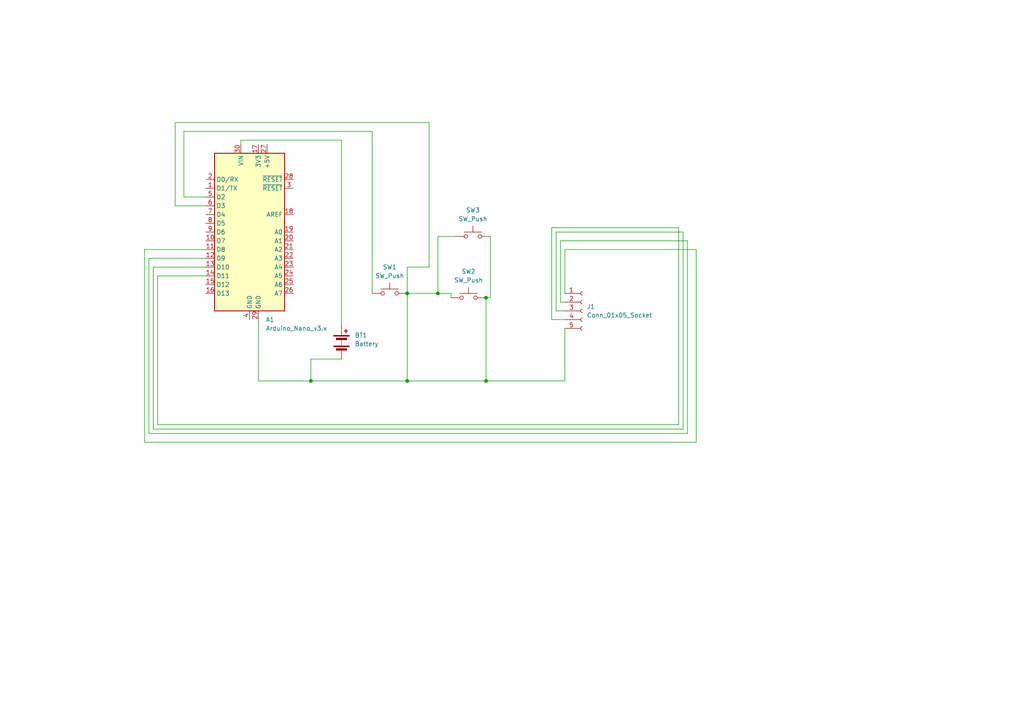
<source format=kicad_sch>
(kicad_sch
	(version 20250114)
	(generator "eeschema")
	(generator_version "9.0")
	(uuid "beda06ea-fab0-4727-84ac-8d5e8c86682c")
	(paper "A4")
	(lib_symbols
		(symbol "Connector:Conn_01x05_Socket"
			(pin_names
				(offset 1.016)
				(hide yes)
			)
			(exclude_from_sim no)
			(in_bom yes)
			(on_board yes)
			(property "Reference" "J"
				(at 0 7.62 0)
				(effects
					(font
						(size 1.27 1.27)
					)
				)
			)
			(property "Value" "Conn_01x05_Socket"
				(at 0 -7.62 0)
				(effects
					(font
						(size 1.27 1.27)
					)
				)
			)
			(property "Footprint" ""
				(at 0 0 0)
				(effects
					(font
						(size 1.27 1.27)
					)
					(hide yes)
				)
			)
			(property "Datasheet" "~"
				(at 0 0 0)
				(effects
					(font
						(size 1.27 1.27)
					)
					(hide yes)
				)
			)
			(property "Description" "Generic connector, single row, 01x05, script generated"
				(at 0 0 0)
				(effects
					(font
						(size 1.27 1.27)
					)
					(hide yes)
				)
			)
			(property "ki_locked" ""
				(at 0 0 0)
				(effects
					(font
						(size 1.27 1.27)
					)
				)
			)
			(property "ki_keywords" "connector"
				(at 0 0 0)
				(effects
					(font
						(size 1.27 1.27)
					)
					(hide yes)
				)
			)
			(property "ki_fp_filters" "Connector*:*_1x??_*"
				(at 0 0 0)
				(effects
					(font
						(size 1.27 1.27)
					)
					(hide yes)
				)
			)
			(symbol "Conn_01x05_Socket_1_1"
				(polyline
					(pts
						(xy -1.27 5.08) (xy -0.508 5.08)
					)
					(stroke
						(width 0.1524)
						(type default)
					)
					(fill
						(type none)
					)
				)
				(polyline
					(pts
						(xy -1.27 2.54) (xy -0.508 2.54)
					)
					(stroke
						(width 0.1524)
						(type default)
					)
					(fill
						(type none)
					)
				)
				(polyline
					(pts
						(xy -1.27 0) (xy -0.508 0)
					)
					(stroke
						(width 0.1524)
						(type default)
					)
					(fill
						(type none)
					)
				)
				(polyline
					(pts
						(xy -1.27 -2.54) (xy -0.508 -2.54)
					)
					(stroke
						(width 0.1524)
						(type default)
					)
					(fill
						(type none)
					)
				)
				(polyline
					(pts
						(xy -1.27 -5.08) (xy -0.508 -5.08)
					)
					(stroke
						(width 0.1524)
						(type default)
					)
					(fill
						(type none)
					)
				)
				(arc
					(start 0 4.572)
					(mid -0.5058 5.08)
					(end 0 5.588)
					(stroke
						(width 0.1524)
						(type default)
					)
					(fill
						(type none)
					)
				)
				(arc
					(start 0 2.032)
					(mid -0.5058 2.54)
					(end 0 3.048)
					(stroke
						(width 0.1524)
						(type default)
					)
					(fill
						(type none)
					)
				)
				(arc
					(start 0 -0.508)
					(mid -0.5058 0)
					(end 0 0.508)
					(stroke
						(width 0.1524)
						(type default)
					)
					(fill
						(type none)
					)
				)
				(arc
					(start 0 -3.048)
					(mid -0.5058 -2.54)
					(end 0 -2.032)
					(stroke
						(width 0.1524)
						(type default)
					)
					(fill
						(type none)
					)
				)
				(arc
					(start 0 -5.588)
					(mid -0.5058 -5.08)
					(end 0 -4.572)
					(stroke
						(width 0.1524)
						(type default)
					)
					(fill
						(type none)
					)
				)
				(pin passive line
					(at -5.08 5.08 0)
					(length 3.81)
					(name "Pin_1"
						(effects
							(font
								(size 1.27 1.27)
							)
						)
					)
					(number "1"
						(effects
							(font
								(size 1.27 1.27)
							)
						)
					)
				)
				(pin passive line
					(at -5.08 2.54 0)
					(length 3.81)
					(name "Pin_2"
						(effects
							(font
								(size 1.27 1.27)
							)
						)
					)
					(number "2"
						(effects
							(font
								(size 1.27 1.27)
							)
						)
					)
				)
				(pin passive line
					(at -5.08 0 0)
					(length 3.81)
					(name "Pin_3"
						(effects
							(font
								(size 1.27 1.27)
							)
						)
					)
					(number "3"
						(effects
							(font
								(size 1.27 1.27)
							)
						)
					)
				)
				(pin passive line
					(at -5.08 -2.54 0)
					(length 3.81)
					(name "Pin_4"
						(effects
							(font
								(size 1.27 1.27)
							)
						)
					)
					(number "4"
						(effects
							(font
								(size 1.27 1.27)
							)
						)
					)
				)
				(pin passive line
					(at -5.08 -5.08 0)
					(length 3.81)
					(name "Pin_5"
						(effects
							(font
								(size 1.27 1.27)
							)
						)
					)
					(number "5"
						(effects
							(font
								(size 1.27 1.27)
							)
						)
					)
				)
			)
			(embedded_fonts no)
		)
		(symbol "Device:Battery"
			(pin_numbers
				(hide yes)
			)
			(pin_names
				(offset 0)
				(hide yes)
			)
			(exclude_from_sim no)
			(in_bom yes)
			(on_board yes)
			(property "Reference" "BT"
				(at 2.54 2.54 0)
				(effects
					(font
						(size 1.27 1.27)
					)
					(justify left)
				)
			)
			(property "Value" "Battery"
				(at 2.54 0 0)
				(effects
					(font
						(size 1.27 1.27)
					)
					(justify left)
				)
			)
			(property "Footprint" ""
				(at 0 1.524 90)
				(effects
					(font
						(size 1.27 1.27)
					)
					(hide yes)
				)
			)
			(property "Datasheet" "~"
				(at 0 1.524 90)
				(effects
					(font
						(size 1.27 1.27)
					)
					(hide yes)
				)
			)
			(property "Description" "Multiple-cell battery"
				(at 0 0 0)
				(effects
					(font
						(size 1.27 1.27)
					)
					(hide yes)
				)
			)
			(property "ki_keywords" "batt voltage-source cell"
				(at 0 0 0)
				(effects
					(font
						(size 1.27 1.27)
					)
					(hide yes)
				)
			)
			(symbol "Battery_0_1"
				(rectangle
					(start -2.286 1.778)
					(end 2.286 1.524)
					(stroke
						(width 0)
						(type default)
					)
					(fill
						(type outline)
					)
				)
				(rectangle
					(start -2.286 -1.27)
					(end 2.286 -1.524)
					(stroke
						(width 0)
						(type default)
					)
					(fill
						(type outline)
					)
				)
				(rectangle
					(start -1.524 1.016)
					(end 1.524 0.508)
					(stroke
						(width 0)
						(type default)
					)
					(fill
						(type outline)
					)
				)
				(rectangle
					(start -1.524 -2.032)
					(end 1.524 -2.54)
					(stroke
						(width 0)
						(type default)
					)
					(fill
						(type outline)
					)
				)
				(polyline
					(pts
						(xy 0 1.778) (xy 0 2.54)
					)
					(stroke
						(width 0)
						(type default)
					)
					(fill
						(type none)
					)
				)
				(polyline
					(pts
						(xy 0 0) (xy 0 0.254)
					)
					(stroke
						(width 0)
						(type default)
					)
					(fill
						(type none)
					)
				)
				(polyline
					(pts
						(xy 0 -0.508) (xy 0 -0.254)
					)
					(stroke
						(width 0)
						(type default)
					)
					(fill
						(type none)
					)
				)
				(polyline
					(pts
						(xy 0 -1.016) (xy 0 -0.762)
					)
					(stroke
						(width 0)
						(type default)
					)
					(fill
						(type none)
					)
				)
				(polyline
					(pts
						(xy 0.762 3.048) (xy 1.778 3.048)
					)
					(stroke
						(width 0.254)
						(type default)
					)
					(fill
						(type none)
					)
				)
				(polyline
					(pts
						(xy 1.27 3.556) (xy 1.27 2.54)
					)
					(stroke
						(width 0.254)
						(type default)
					)
					(fill
						(type none)
					)
				)
			)
			(symbol "Battery_1_1"
				(pin passive line
					(at 0 5.08 270)
					(length 2.54)
					(name "+"
						(effects
							(font
								(size 1.27 1.27)
							)
						)
					)
					(number "1"
						(effects
							(font
								(size 1.27 1.27)
							)
						)
					)
				)
				(pin passive line
					(at 0 -5.08 90)
					(length 2.54)
					(name "-"
						(effects
							(font
								(size 1.27 1.27)
							)
						)
					)
					(number "2"
						(effects
							(font
								(size 1.27 1.27)
							)
						)
					)
				)
			)
			(embedded_fonts no)
		)
		(symbol "MCU_Module:Arduino_Nano_v3.x"
			(exclude_from_sim no)
			(in_bom yes)
			(on_board yes)
			(property "Reference" "A"
				(at -10.16 23.495 0)
				(effects
					(font
						(size 1.27 1.27)
					)
					(justify left bottom)
				)
			)
			(property "Value" "Arduino_Nano_v3.x"
				(at 5.08 -24.13 0)
				(effects
					(font
						(size 1.27 1.27)
					)
					(justify left top)
				)
			)
			(property "Footprint" "Module:Arduino_Nano"
				(at 0 0 0)
				(effects
					(font
						(size 1.27 1.27)
						(italic yes)
					)
					(hide yes)
				)
			)
			(property "Datasheet" "http://www.mouser.com/pdfdocs/Gravitech_Arduino_Nano3_0.pdf"
				(at 0 0 0)
				(effects
					(font
						(size 1.27 1.27)
					)
					(hide yes)
				)
			)
			(property "Description" "Arduino Nano v3.x"
				(at 0 0 0)
				(effects
					(font
						(size 1.27 1.27)
					)
					(hide yes)
				)
			)
			(property "ki_keywords" "Arduino nano microcontroller module USB"
				(at 0 0 0)
				(effects
					(font
						(size 1.27 1.27)
					)
					(hide yes)
				)
			)
			(property "ki_fp_filters" "Arduino*Nano*"
				(at 0 0 0)
				(effects
					(font
						(size 1.27 1.27)
					)
					(hide yes)
				)
			)
			(symbol "Arduino_Nano_v3.x_0_1"
				(rectangle
					(start -10.16 22.86)
					(end 10.16 -22.86)
					(stroke
						(width 0.254)
						(type default)
					)
					(fill
						(type background)
					)
				)
			)
			(symbol "Arduino_Nano_v3.x_1_1"
				(pin bidirectional line
					(at -12.7 15.24 0)
					(length 2.54)
					(name "D0/RX"
						(effects
							(font
								(size 1.27 1.27)
							)
						)
					)
					(number "2"
						(effects
							(font
								(size 1.27 1.27)
							)
						)
					)
				)
				(pin bidirectional line
					(at -12.7 12.7 0)
					(length 2.54)
					(name "D1/TX"
						(effects
							(font
								(size 1.27 1.27)
							)
						)
					)
					(number "1"
						(effects
							(font
								(size 1.27 1.27)
							)
						)
					)
				)
				(pin bidirectional line
					(at -12.7 10.16 0)
					(length 2.54)
					(name "D2"
						(effects
							(font
								(size 1.27 1.27)
							)
						)
					)
					(number "5"
						(effects
							(font
								(size 1.27 1.27)
							)
						)
					)
				)
				(pin bidirectional line
					(at -12.7 7.62 0)
					(length 2.54)
					(name "D3"
						(effects
							(font
								(size 1.27 1.27)
							)
						)
					)
					(number "6"
						(effects
							(font
								(size 1.27 1.27)
							)
						)
					)
				)
				(pin bidirectional line
					(at -12.7 5.08 0)
					(length 2.54)
					(name "D4"
						(effects
							(font
								(size 1.27 1.27)
							)
						)
					)
					(number "7"
						(effects
							(font
								(size 1.27 1.27)
							)
						)
					)
				)
				(pin bidirectional line
					(at -12.7 2.54 0)
					(length 2.54)
					(name "D5"
						(effects
							(font
								(size 1.27 1.27)
							)
						)
					)
					(number "8"
						(effects
							(font
								(size 1.27 1.27)
							)
						)
					)
				)
				(pin bidirectional line
					(at -12.7 0 0)
					(length 2.54)
					(name "D6"
						(effects
							(font
								(size 1.27 1.27)
							)
						)
					)
					(number "9"
						(effects
							(font
								(size 1.27 1.27)
							)
						)
					)
				)
				(pin bidirectional line
					(at -12.7 -2.54 0)
					(length 2.54)
					(name "D7"
						(effects
							(font
								(size 1.27 1.27)
							)
						)
					)
					(number "10"
						(effects
							(font
								(size 1.27 1.27)
							)
						)
					)
				)
				(pin bidirectional line
					(at -12.7 -5.08 0)
					(length 2.54)
					(name "D8"
						(effects
							(font
								(size 1.27 1.27)
							)
						)
					)
					(number "11"
						(effects
							(font
								(size 1.27 1.27)
							)
						)
					)
				)
				(pin bidirectional line
					(at -12.7 -7.62 0)
					(length 2.54)
					(name "D9"
						(effects
							(font
								(size 1.27 1.27)
							)
						)
					)
					(number "12"
						(effects
							(font
								(size 1.27 1.27)
							)
						)
					)
				)
				(pin bidirectional line
					(at -12.7 -10.16 0)
					(length 2.54)
					(name "D10"
						(effects
							(font
								(size 1.27 1.27)
							)
						)
					)
					(number "13"
						(effects
							(font
								(size 1.27 1.27)
							)
						)
					)
				)
				(pin bidirectional line
					(at -12.7 -12.7 0)
					(length 2.54)
					(name "D11"
						(effects
							(font
								(size 1.27 1.27)
							)
						)
					)
					(number "14"
						(effects
							(font
								(size 1.27 1.27)
							)
						)
					)
				)
				(pin bidirectional line
					(at -12.7 -15.24 0)
					(length 2.54)
					(name "D12"
						(effects
							(font
								(size 1.27 1.27)
							)
						)
					)
					(number "15"
						(effects
							(font
								(size 1.27 1.27)
							)
						)
					)
				)
				(pin bidirectional line
					(at -12.7 -17.78 0)
					(length 2.54)
					(name "D13"
						(effects
							(font
								(size 1.27 1.27)
							)
						)
					)
					(number "16"
						(effects
							(font
								(size 1.27 1.27)
							)
						)
					)
				)
				(pin power_in line
					(at -2.54 25.4 270)
					(length 2.54)
					(name "VIN"
						(effects
							(font
								(size 1.27 1.27)
							)
						)
					)
					(number "30"
						(effects
							(font
								(size 1.27 1.27)
							)
						)
					)
				)
				(pin power_in line
					(at 0 -25.4 90)
					(length 2.54)
					(name "GND"
						(effects
							(font
								(size 1.27 1.27)
							)
						)
					)
					(number "4"
						(effects
							(font
								(size 1.27 1.27)
							)
						)
					)
				)
				(pin power_out line
					(at 2.54 25.4 270)
					(length 2.54)
					(name "3V3"
						(effects
							(font
								(size 1.27 1.27)
							)
						)
					)
					(number "17"
						(effects
							(font
								(size 1.27 1.27)
							)
						)
					)
				)
				(pin power_in line
					(at 2.54 -25.4 90)
					(length 2.54)
					(name "GND"
						(effects
							(font
								(size 1.27 1.27)
							)
						)
					)
					(number "29"
						(effects
							(font
								(size 1.27 1.27)
							)
						)
					)
				)
				(pin power_out line
					(at 5.08 25.4 270)
					(length 2.54)
					(name "+5V"
						(effects
							(font
								(size 1.27 1.27)
							)
						)
					)
					(number "27"
						(effects
							(font
								(size 1.27 1.27)
							)
						)
					)
				)
				(pin input line
					(at 12.7 15.24 180)
					(length 2.54)
					(name "~{RESET}"
						(effects
							(font
								(size 1.27 1.27)
							)
						)
					)
					(number "28"
						(effects
							(font
								(size 1.27 1.27)
							)
						)
					)
				)
				(pin input line
					(at 12.7 12.7 180)
					(length 2.54)
					(name "~{RESET}"
						(effects
							(font
								(size 1.27 1.27)
							)
						)
					)
					(number "3"
						(effects
							(font
								(size 1.27 1.27)
							)
						)
					)
				)
				(pin input line
					(at 12.7 5.08 180)
					(length 2.54)
					(name "AREF"
						(effects
							(font
								(size 1.27 1.27)
							)
						)
					)
					(number "18"
						(effects
							(font
								(size 1.27 1.27)
							)
						)
					)
				)
				(pin bidirectional line
					(at 12.7 0 180)
					(length 2.54)
					(name "A0"
						(effects
							(font
								(size 1.27 1.27)
							)
						)
					)
					(number "19"
						(effects
							(font
								(size 1.27 1.27)
							)
						)
					)
				)
				(pin bidirectional line
					(at 12.7 -2.54 180)
					(length 2.54)
					(name "A1"
						(effects
							(font
								(size 1.27 1.27)
							)
						)
					)
					(number "20"
						(effects
							(font
								(size 1.27 1.27)
							)
						)
					)
				)
				(pin bidirectional line
					(at 12.7 -5.08 180)
					(length 2.54)
					(name "A2"
						(effects
							(font
								(size 1.27 1.27)
							)
						)
					)
					(number "21"
						(effects
							(font
								(size 1.27 1.27)
							)
						)
					)
				)
				(pin bidirectional line
					(at 12.7 -7.62 180)
					(length 2.54)
					(name "A3"
						(effects
							(font
								(size 1.27 1.27)
							)
						)
					)
					(number "22"
						(effects
							(font
								(size 1.27 1.27)
							)
						)
					)
				)
				(pin bidirectional line
					(at 12.7 -10.16 180)
					(length 2.54)
					(name "A4"
						(effects
							(font
								(size 1.27 1.27)
							)
						)
					)
					(number "23"
						(effects
							(font
								(size 1.27 1.27)
							)
						)
					)
				)
				(pin bidirectional line
					(at 12.7 -12.7 180)
					(length 2.54)
					(name "A5"
						(effects
							(font
								(size 1.27 1.27)
							)
						)
					)
					(number "24"
						(effects
							(font
								(size 1.27 1.27)
							)
						)
					)
				)
				(pin bidirectional line
					(at 12.7 -15.24 180)
					(length 2.54)
					(name "A6"
						(effects
							(font
								(size 1.27 1.27)
							)
						)
					)
					(number "25"
						(effects
							(font
								(size 1.27 1.27)
							)
						)
					)
				)
				(pin bidirectional line
					(at 12.7 -17.78 180)
					(length 2.54)
					(name "A7"
						(effects
							(font
								(size 1.27 1.27)
							)
						)
					)
					(number "26"
						(effects
							(font
								(size 1.27 1.27)
							)
						)
					)
				)
			)
			(embedded_fonts no)
		)
		(symbol "Switch:SW_Push"
			(pin_numbers
				(hide yes)
			)
			(pin_names
				(offset 1.016)
				(hide yes)
			)
			(exclude_from_sim no)
			(in_bom yes)
			(on_board yes)
			(property "Reference" "SW"
				(at 1.27 2.54 0)
				(effects
					(font
						(size 1.27 1.27)
					)
					(justify left)
				)
			)
			(property "Value" "SW_Push"
				(at 0 -1.524 0)
				(effects
					(font
						(size 1.27 1.27)
					)
				)
			)
			(property "Footprint" ""
				(at 0 5.08 0)
				(effects
					(font
						(size 1.27 1.27)
					)
					(hide yes)
				)
			)
			(property "Datasheet" "~"
				(at 0 5.08 0)
				(effects
					(font
						(size 1.27 1.27)
					)
					(hide yes)
				)
			)
			(property "Description" "Push button switch, generic, two pins"
				(at 0 0 0)
				(effects
					(font
						(size 1.27 1.27)
					)
					(hide yes)
				)
			)
			(property "ki_keywords" "switch normally-open pushbutton push-button"
				(at 0 0 0)
				(effects
					(font
						(size 1.27 1.27)
					)
					(hide yes)
				)
			)
			(symbol "SW_Push_0_1"
				(circle
					(center -2.032 0)
					(radius 0.508)
					(stroke
						(width 0)
						(type default)
					)
					(fill
						(type none)
					)
				)
				(polyline
					(pts
						(xy 0 1.27) (xy 0 3.048)
					)
					(stroke
						(width 0)
						(type default)
					)
					(fill
						(type none)
					)
				)
				(circle
					(center 2.032 0)
					(radius 0.508)
					(stroke
						(width 0)
						(type default)
					)
					(fill
						(type none)
					)
				)
				(polyline
					(pts
						(xy 2.54 1.27) (xy -2.54 1.27)
					)
					(stroke
						(width 0)
						(type default)
					)
					(fill
						(type none)
					)
				)
				(pin passive line
					(at -5.08 0 0)
					(length 2.54)
					(name "1"
						(effects
							(font
								(size 1.27 1.27)
							)
						)
					)
					(number "1"
						(effects
							(font
								(size 1.27 1.27)
							)
						)
					)
				)
				(pin passive line
					(at 5.08 0 180)
					(length 2.54)
					(name "2"
						(effects
							(font
								(size 1.27 1.27)
							)
						)
					)
					(number "2"
						(effects
							(font
								(size 1.27 1.27)
							)
						)
					)
				)
			)
			(embedded_fonts no)
		)
	)
	(junction
		(at 90.17 110.49)
		(diameter 0)
		(color 0 0 0 0)
		(uuid "108d0ef5-91c3-49e6-a21c-3cc46ba240af")
	)
	(junction
		(at 118.11 110.49)
		(diameter 0)
		(color 0 0 0 0)
		(uuid "1a4c7141-6d92-4af0-98a2-e9ebc2412ff6")
	)
	(junction
		(at 140.97 110.49)
		(diameter 0)
		(color 0 0 0 0)
		(uuid "2714c7a6-e3b8-4a4f-8d33-3367e62dfb23")
	)
	(junction
		(at 127 85.09)
		(diameter 0)
		(color 0 0 0 0)
		(uuid "4a48e978-6729-45bd-8bd3-9d2dc6b31f5f")
	)
	(junction
		(at 140.97 86.36)
		(diameter 0)
		(color 0 0 0 0)
		(uuid "50d3f0a9-bd23-4ffc-91f7-bdcb1a1ee739")
	)
	(junction
		(at 118.11 85.09)
		(diameter 0)
		(color 0 0 0 0)
		(uuid "9513494c-aa42-4430-9266-c7568d266891")
	)
	(wire
		(pts
			(xy 163.83 72.39) (xy 201.93 72.39)
		)
		(stroke
			(width 0)
			(type default)
		)
		(uuid "024e6794-7fdd-461d-ad2a-82aceb2c96e5")
	)
	(wire
		(pts
			(xy 161.29 90.17) (xy 161.29 67.31)
		)
		(stroke
			(width 0)
			(type default)
		)
		(uuid "050dfd5c-e9bb-4023-a942-d7e6290f0577")
	)
	(wire
		(pts
			(xy 118.11 85.09) (xy 118.11 77.47)
		)
		(stroke
			(width 0)
			(type default)
		)
		(uuid "0960d2d6-3aa1-4770-81f7-eab707c20560")
	)
	(wire
		(pts
			(xy 160.02 92.71) (xy 160.02 66.04)
		)
		(stroke
			(width 0)
			(type default)
		)
		(uuid "0e37369a-6b83-4381-98d7-aa7875ca997f")
	)
	(wire
		(pts
			(xy 162.56 69.85) (xy 199.39 69.85)
		)
		(stroke
			(width 0)
			(type default)
		)
		(uuid "13b7b1e9-9ce9-4884-bd42-7a34a67d1f47")
	)
	(wire
		(pts
			(xy 142.24 68.58) (xy 142.24 86.36)
		)
		(stroke
			(width 0)
			(type default)
		)
		(uuid "13ee5e6c-271e-4cd9-aed0-edefea9c5dc5")
	)
	(wire
		(pts
			(xy 99.06 40.64) (xy 69.85 40.64)
		)
		(stroke
			(width 0)
			(type default)
		)
		(uuid "1ef63e72-dbfe-4e3e-9fe3-d80883d506eb")
	)
	(wire
		(pts
			(xy 118.11 85.09) (xy 118.11 110.49)
		)
		(stroke
			(width 0)
			(type default)
		)
		(uuid "234d459b-2aac-4345-b9b8-8f9d8dec74cc")
	)
	(wire
		(pts
			(xy 142.24 86.36) (xy 140.97 86.36)
		)
		(stroke
			(width 0)
			(type default)
		)
		(uuid "3a819d64-5b43-4470-bd97-f1a705dada81")
	)
	(wire
		(pts
			(xy 44.45 77.47) (xy 59.69 77.47)
		)
		(stroke
			(width 0)
			(type default)
		)
		(uuid "4a3032d3-324f-4352-8652-27558c51b51e")
	)
	(wire
		(pts
			(xy 130.81 86.36) (xy 130.81 85.09)
		)
		(stroke
			(width 0)
			(type default)
		)
		(uuid "4d83664d-3e20-497e-a58a-647766adb59d")
	)
	(wire
		(pts
			(xy 140.97 86.36) (xy 140.97 110.49)
		)
		(stroke
			(width 0)
			(type default)
		)
		(uuid "528f6d38-f36b-48b3-a477-adf124103b1e")
	)
	(wire
		(pts
			(xy 163.83 85.09) (xy 163.83 72.39)
		)
		(stroke
			(width 0)
			(type default)
		)
		(uuid "6243364d-d249-4a13-8928-c0450f0c5e33")
	)
	(wire
		(pts
			(xy 163.83 92.71) (xy 160.02 92.71)
		)
		(stroke
			(width 0)
			(type default)
		)
		(uuid "639765c5-bac0-4e78-9a88-24fda7ea40bd")
	)
	(wire
		(pts
			(xy 130.81 85.09) (xy 127 85.09)
		)
		(stroke
			(width 0)
			(type default)
		)
		(uuid "647468d0-65de-4c2a-b867-f9263b6d23fc")
	)
	(wire
		(pts
			(xy 41.91 128.27) (xy 41.91 72.39)
		)
		(stroke
			(width 0)
			(type default)
		)
		(uuid "65bf4211-95cd-40b2-916b-2980d65d47b8")
	)
	(wire
		(pts
			(xy 124.46 35.56) (xy 50.8 35.56)
		)
		(stroke
			(width 0)
			(type default)
		)
		(uuid "66ea16ec-6317-466a-96f8-f633c36683a3")
	)
	(wire
		(pts
			(xy 118.11 77.47) (xy 124.46 77.47)
		)
		(stroke
			(width 0)
			(type default)
		)
		(uuid "6879b14e-3b8e-4e19-95ce-eb5003ade6cc")
	)
	(wire
		(pts
			(xy 107.95 38.1) (xy 53.34 38.1)
		)
		(stroke
			(width 0)
			(type default)
		)
		(uuid "70723a35-8e12-4786-ae2f-e086d7cb3729")
	)
	(wire
		(pts
			(xy 127 85.09) (xy 118.11 85.09)
		)
		(stroke
			(width 0)
			(type default)
		)
		(uuid "71bc0f38-fffc-40ad-b785-a2dceb15d18a")
	)
	(wire
		(pts
			(xy 124.46 77.47) (xy 124.46 35.56)
		)
		(stroke
			(width 0)
			(type default)
		)
		(uuid "772f0eb0-fe23-4e56-8028-83975c7c840d")
	)
	(wire
		(pts
			(xy 69.85 40.64) (xy 69.85 41.91)
		)
		(stroke
			(width 0)
			(type default)
		)
		(uuid "7e28b4cb-3bcf-4b56-88ea-a73de7b47eae")
	)
	(wire
		(pts
			(xy 44.45 124.46) (xy 44.45 77.47)
		)
		(stroke
			(width 0)
			(type default)
		)
		(uuid "8510383b-8da9-4913-9d6a-2b47fe17a4e2")
	)
	(wire
		(pts
			(xy 53.34 38.1) (xy 53.34 57.15)
		)
		(stroke
			(width 0)
			(type default)
		)
		(uuid "8c074ade-1e34-488b-8e42-495c7e2ad331")
	)
	(wire
		(pts
			(xy 199.39 125.73) (xy 43.18 125.73)
		)
		(stroke
			(width 0)
			(type default)
		)
		(uuid "94967110-099b-4406-9a9e-7737c3cada72")
	)
	(wire
		(pts
			(xy 198.12 67.31) (xy 198.12 124.46)
		)
		(stroke
			(width 0)
			(type default)
		)
		(uuid "9e8512ae-59d0-4a63-a833-91849706ffe3")
	)
	(wire
		(pts
			(xy 161.29 67.31) (xy 198.12 67.31)
		)
		(stroke
			(width 0)
			(type default)
		)
		(uuid "a9c146c1-9fea-4bc8-b615-065f551c5969")
	)
	(wire
		(pts
			(xy 118.11 110.49) (xy 140.97 110.49)
		)
		(stroke
			(width 0)
			(type default)
		)
		(uuid "aba7d99b-a640-4b86-992d-238f95a14404")
	)
	(wire
		(pts
			(xy 43.18 74.93) (xy 59.69 74.93)
		)
		(stroke
			(width 0)
			(type default)
		)
		(uuid "ac333669-8fd6-49ad-b642-61504f0fff12")
	)
	(wire
		(pts
			(xy 90.17 104.14) (xy 90.17 110.49)
		)
		(stroke
			(width 0)
			(type default)
		)
		(uuid "ac850a76-0560-4a34-8d25-d53b6a16959e")
	)
	(wire
		(pts
			(xy 163.83 87.63) (xy 162.56 87.63)
		)
		(stroke
			(width 0)
			(type default)
		)
		(uuid "acf7117f-6792-4edc-8d00-28089a3b5a6c")
	)
	(wire
		(pts
			(xy 196.85 123.19) (xy 45.72 123.19)
		)
		(stroke
			(width 0)
			(type default)
		)
		(uuid "af90e5bb-3b37-4c76-9de8-e6dc94550f33")
	)
	(wire
		(pts
			(xy 74.93 110.49) (xy 74.93 92.71)
		)
		(stroke
			(width 0)
			(type default)
		)
		(uuid "b4127071-328f-48a9-b88e-e6ddcb61caa7")
	)
	(wire
		(pts
			(xy 50.8 35.56) (xy 50.8 59.69)
		)
		(stroke
			(width 0)
			(type default)
		)
		(uuid "b717dd34-a07a-41c0-9269-18a409108f00")
	)
	(wire
		(pts
			(xy 201.93 128.27) (xy 41.91 128.27)
		)
		(stroke
			(width 0)
			(type default)
		)
		(uuid "b88aa595-b6df-4655-b593-d3dd00f5e670")
	)
	(wire
		(pts
			(xy 201.93 72.39) (xy 201.93 128.27)
		)
		(stroke
			(width 0)
			(type default)
		)
		(uuid "c0c1876b-9666-41fb-a945-ebabeb9ddb76")
	)
	(wire
		(pts
			(xy 160.02 66.04) (xy 196.85 66.04)
		)
		(stroke
			(width 0)
			(type default)
		)
		(uuid "c128d2c8-a3f6-4edd-a051-a82b829e490c")
	)
	(wire
		(pts
			(xy 162.56 87.63) (xy 162.56 69.85)
		)
		(stroke
			(width 0)
			(type default)
		)
		(uuid "c3be8131-d059-43c9-9bb5-61f7921f8e47")
	)
	(wire
		(pts
			(xy 99.06 104.14) (xy 90.17 104.14)
		)
		(stroke
			(width 0)
			(type default)
		)
		(uuid "c4bb0194-0504-4899-b8ec-ae965c10ee2a")
	)
	(wire
		(pts
			(xy 50.8 59.69) (xy 59.69 59.69)
		)
		(stroke
			(width 0)
			(type default)
		)
		(uuid "d02cbe94-c232-4920-974a-f883900c40fd")
	)
	(wire
		(pts
			(xy 53.34 57.15) (xy 59.69 57.15)
		)
		(stroke
			(width 0)
			(type default)
		)
		(uuid "d079f924-944d-4c54-a2ef-1038625d0e7f")
	)
	(wire
		(pts
			(xy 99.06 40.64) (xy 99.06 93.98)
		)
		(stroke
			(width 0)
			(type default)
		)
		(uuid "d1740fd0-63b5-40ab-ac2a-74e11e156cfa")
	)
	(wire
		(pts
			(xy 74.93 110.49) (xy 90.17 110.49)
		)
		(stroke
			(width 0)
			(type default)
		)
		(uuid "d5a5863c-6908-40b2-a949-604826d25c5c")
	)
	(wire
		(pts
			(xy 107.95 85.09) (xy 107.95 38.1)
		)
		(stroke
			(width 0)
			(type default)
		)
		(uuid "d74f2f07-479f-4a36-aac8-b31cd0c4e68d")
	)
	(wire
		(pts
			(xy 41.91 72.39) (xy 59.69 72.39)
		)
		(stroke
			(width 0)
			(type default)
		)
		(uuid "d8f8520e-62ef-4e15-93cb-4ef2fc7d6174")
	)
	(wire
		(pts
			(xy 140.97 110.49) (xy 163.83 110.49)
		)
		(stroke
			(width 0)
			(type default)
		)
		(uuid "dd37afdb-f82b-4494-90ce-a69951626b9e")
	)
	(wire
		(pts
			(xy 127 68.58) (xy 127 85.09)
		)
		(stroke
			(width 0)
			(type default)
		)
		(uuid "de7d4a5b-df4a-47b6-9997-838dcca8628c")
	)
	(wire
		(pts
			(xy 163.83 90.17) (xy 161.29 90.17)
		)
		(stroke
			(width 0)
			(type default)
		)
		(uuid "e30c4bab-3148-4416-9d75-62b2ed50fbe3")
	)
	(wire
		(pts
			(xy 90.17 110.49) (xy 118.11 110.49)
		)
		(stroke
			(width 0)
			(type default)
		)
		(uuid "e45fa748-0a90-4bd1-8383-db3cd5270172")
	)
	(wire
		(pts
			(xy 163.83 95.25) (xy 163.83 110.49)
		)
		(stroke
			(width 0)
			(type default)
		)
		(uuid "e5a4e73c-46f5-489f-bbf7-638ceab4b547")
	)
	(wire
		(pts
			(xy 132.08 68.58) (xy 127 68.58)
		)
		(stroke
			(width 0)
			(type default)
		)
		(uuid "ee575a8e-bac1-4fb8-81da-93516d2678e2")
	)
	(wire
		(pts
			(xy 45.72 123.19) (xy 45.72 80.01)
		)
		(stroke
			(width 0)
			(type default)
		)
		(uuid "ee5fa05f-8d4d-46fe-8208-47aee5bcf709")
	)
	(wire
		(pts
			(xy 45.72 80.01) (xy 59.69 80.01)
		)
		(stroke
			(width 0)
			(type default)
		)
		(uuid "ee9cef7d-c6ea-42d3-bad6-676fae16d38d")
	)
	(wire
		(pts
			(xy 43.18 125.73) (xy 43.18 74.93)
		)
		(stroke
			(width 0)
			(type default)
		)
		(uuid "ef40254a-2266-42d0-b3be-4ca65cbad9b5")
	)
	(wire
		(pts
			(xy 199.39 69.85) (xy 199.39 125.73)
		)
		(stroke
			(width 0)
			(type default)
		)
		(uuid "f41c2403-c674-4b23-8ab9-f48398ab76cd")
	)
	(wire
		(pts
			(xy 198.12 124.46) (xy 44.45 124.46)
		)
		(stroke
			(width 0)
			(type default)
		)
		(uuid "fb180080-a9d9-4e07-8f91-acc4aa3c502e")
	)
	(wire
		(pts
			(xy 196.85 66.04) (xy 196.85 123.19)
		)
		(stroke
			(width 0)
			(type default)
		)
		(uuid "fc02586b-a5e2-4a64-bdd3-fe3e3035ccd6")
	)
	(symbol
		(lib_id "Switch:SW_Push")
		(at 113.03 85.09 0)
		(unit 1)
		(exclude_from_sim no)
		(in_bom yes)
		(on_board yes)
		(dnp no)
		(fields_autoplaced yes)
		(uuid "0e75f26b-20b5-4c11-a744-c9dcb1fbe42d")
		(property "Reference" "SW1"
			(at 113.03 77.47 0)
			(effects
				(font
					(size 1.27 1.27)
				)
			)
		)
		(property "Value" "SW_Push"
			(at 113.03 80.01 0)
			(effects
				(font
					(size 1.27 1.27)
				)
			)
		)
		(property "Footprint" "Button_Switch_THT:SW_PUSH_6mm_H4.3mm"
			(at 113.03 80.01 0)
			(effects
				(font
					(size 1.27 1.27)
				)
				(hide yes)
			)
		)
		(property "Datasheet" "~"
			(at 113.03 80.01 0)
			(effects
				(font
					(size 1.27 1.27)
				)
				(hide yes)
			)
		)
		(property "Description" "Push button switch, generic, two pins"
			(at 113.03 85.09 0)
			(effects
				(font
					(size 1.27 1.27)
				)
				(hide yes)
			)
		)
		(pin "1"
			(uuid "e496519f-89eb-4a17-95f8-ebf58f55dab9")
		)
		(pin "2"
			(uuid "119954ed-d2f8-4c4f-bcc2-13840259cd8a")
		)
		(instances
			(project ""
				(path "/beda06ea-fab0-4727-84ac-8d5e8c86682c"
					(reference "SW1")
					(unit 1)
				)
			)
		)
	)
	(symbol
		(lib_id "Switch:SW_Push")
		(at 137.16 68.58 0)
		(unit 1)
		(exclude_from_sim no)
		(in_bom yes)
		(on_board yes)
		(dnp no)
		(fields_autoplaced yes)
		(uuid "28a968d1-e734-428a-82dd-bbca22a69a8e")
		(property "Reference" "SW3"
			(at 137.16 60.96 0)
			(effects
				(font
					(size 1.27 1.27)
				)
			)
		)
		(property "Value" "SW_Push"
			(at 137.16 63.5 0)
			(effects
				(font
					(size 1.27 1.27)
				)
			)
		)
		(property "Footprint" ""
			(at 137.16 63.5 0)
			(effects
				(font
					(size 1.27 1.27)
				)
				(hide yes)
			)
		)
		(property "Datasheet" "~"
			(at 137.16 63.5 0)
			(effects
				(font
					(size 1.27 1.27)
				)
				(hide yes)
			)
		)
		(property "Description" "Push button switch, generic, two pins"
			(at 137.16 68.58 0)
			(effects
				(font
					(size 1.27 1.27)
				)
				(hide yes)
			)
		)
		(pin "1"
			(uuid "45d7ab4a-d6fa-4e00-ac45-d70e8c5f9cb5")
		)
		(pin "2"
			(uuid "14736bd1-47c1-43b7-8f62-e484163441d4")
		)
		(instances
			(project ""
				(path "/beda06ea-fab0-4727-84ac-8d5e8c86682c"
					(reference "SW3")
					(unit 1)
				)
			)
		)
	)
	(symbol
		(lib_id "Switch:SW_Push")
		(at 135.89 86.36 0)
		(unit 1)
		(exclude_from_sim no)
		(in_bom yes)
		(on_board yes)
		(dnp no)
		(fields_autoplaced yes)
		(uuid "7be80240-c5c7-4189-ac08-e820ae3f930b")
		(property "Reference" "SW2"
			(at 135.89 78.74 0)
			(effects
				(font
					(size 1.27 1.27)
				)
			)
		)
		(property "Value" "SW_Push"
			(at 135.89 81.28 0)
			(effects
				(font
					(size 1.27 1.27)
				)
			)
		)
		(property "Footprint" "Button_Switch_THT:SW_PUSH_6mm_H4.3mm"
			(at 135.89 81.28 0)
			(effects
				(font
					(size 1.27 1.27)
				)
				(hide yes)
			)
		)
		(property "Datasheet" "~"
			(at 135.89 81.28 0)
			(effects
				(font
					(size 1.27 1.27)
				)
				(hide yes)
			)
		)
		(property "Description" "Push button switch, generic, two pins"
			(at 135.89 86.36 0)
			(effects
				(font
					(size 1.27 1.27)
				)
				(hide yes)
			)
		)
		(pin "1"
			(uuid "e9e4b1b9-38a2-48c9-8b0e-e64ca757c41b")
		)
		(pin "2"
			(uuid "638dc454-a765-4383-8212-40ae0f6feec6")
		)
		(instances
			(project ""
				(path "/beda06ea-fab0-4727-84ac-8d5e8c86682c"
					(reference "SW2")
					(unit 1)
				)
			)
		)
	)
	(symbol
		(lib_id "MCU_Module:Arduino_Nano_v3.x")
		(at 72.39 67.31 0)
		(unit 1)
		(exclude_from_sim no)
		(in_bom yes)
		(on_board yes)
		(dnp no)
		(fields_autoplaced yes)
		(uuid "a03b7183-09cd-4c8c-93c5-7be6010fd167")
		(property "Reference" "A1"
			(at 77.0733 92.71 0)
			(effects
				(font
					(size 1.27 1.27)
				)
				(justify left)
			)
		)
		(property "Value" "Arduino_Nano_v3.x"
			(at 77.0733 95.25 0)
			(effects
				(font
					(size 1.27 1.27)
				)
				(justify left)
			)
		)
		(property "Footprint" "mystuff:Arduino_Nano"
			(at 72.39 67.31 0)
			(effects
				(font
					(size 1.27 1.27)
					(italic yes)
				)
				(hide yes)
			)
		)
		(property "Datasheet" "http://www.mouser.com/pdfdocs/Gravitech_Arduino_Nano3_0.pdf"
			(at 72.39 67.31 0)
			(effects
				(font
					(size 1.27 1.27)
				)
				(hide yes)
			)
		)
		(property "Description" "Arduino Nano v3.x"
			(at 72.39 67.31 0)
			(effects
				(font
					(size 1.27 1.27)
				)
				(hide yes)
			)
		)
		(pin "5"
			(uuid "563d4025-7bf9-452e-ac21-639bf70e5bfd")
		)
		(pin "6"
			(uuid "f1e3464f-b53d-4d2a-a193-0f50095cdc81")
		)
		(pin "2"
			(uuid "2d398c6f-c191-4474-8255-ea16e545d971")
		)
		(pin "1"
			(uuid "4c55cb9c-2e69-41c3-b78b-7be63ef3c736")
		)
		(pin "7"
			(uuid "bdf1afbf-62f2-4038-be27-6d018383e1cd")
		)
		(pin "28"
			(uuid "dc41fc92-054f-46b6-b502-4c7502a05c0a")
		)
		(pin "24"
			(uuid "748e002f-771f-46d5-bcfe-7ab2274f209a")
		)
		(pin "19"
			(uuid "4f98a327-2f62-45df-8c7b-423410441a59")
		)
		(pin "11"
			(uuid "f44913bc-7ad0-4e0f-9047-c18a87f0660f")
		)
		(pin "17"
			(uuid "259b4814-7de9-49f2-843e-e51dc32e4675")
		)
		(pin "13"
			(uuid "f66cd332-7065-411b-81c0-cf4e7dee861e")
		)
		(pin "10"
			(uuid "6eb593f9-ac43-4b5b-b416-d11eee6879b9")
		)
		(pin "23"
			(uuid "61f6222d-56ab-4a93-93ab-f79da44645f9")
		)
		(pin "25"
			(uuid "5707f3f4-9da7-4c8b-84a1-e1656dc56699")
		)
		(pin "14"
			(uuid "7906ca35-9366-41ec-a943-6e0279066ff9")
		)
		(pin "29"
			(uuid "bae7c568-a94c-4c0f-b4bb-1471052cc7d7")
		)
		(pin "30"
			(uuid "0206946e-fb31-49ad-9e60-90fc67029374")
		)
		(pin "27"
			(uuid "aeb7c3fc-f70b-4b28-a428-9183be527260")
		)
		(pin "18"
			(uuid "30e59790-b837-48eb-96b0-f288a107b59e")
		)
		(pin "12"
			(uuid "3714316d-31d5-482a-bcdb-5aad9957e5bb")
		)
		(pin "15"
			(uuid "0ca011e1-6351-4dac-a9f7-a962f3dded82")
		)
		(pin "8"
			(uuid "81c6d5ad-8963-4a57-99bc-121234139c3d")
		)
		(pin "9"
			(uuid "aeebcac7-9544-49ec-b454-9bcf5e5538a7")
		)
		(pin "3"
			(uuid "b47d8bee-1688-4add-8d2a-4069f5c23767")
		)
		(pin "20"
			(uuid "bb241c70-03fd-4cf8-b476-a3fb7ca7a595")
		)
		(pin "21"
			(uuid "336c721c-1350-424c-9f59-cb8c5081c0a0")
		)
		(pin "16"
			(uuid "63f1ee6a-38d2-4c38-8082-86777fcb4732")
		)
		(pin "22"
			(uuid "d8d668bb-fe65-44cf-bdaa-b18ed00818da")
		)
		(pin "4"
			(uuid "fd59b19d-7cc6-4db3-aa30-58c4718597a1")
		)
		(pin "26"
			(uuid "3a77ccb4-fda2-4242-ae87-5c67e727eb48")
		)
		(instances
			(project ""
				(path "/beda06ea-fab0-4727-84ac-8d5e8c86682c"
					(reference "A1")
					(unit 1)
				)
			)
		)
	)
	(symbol
		(lib_id "Connector:Conn_01x05_Socket")
		(at 168.91 90.17 0)
		(unit 1)
		(exclude_from_sim no)
		(in_bom yes)
		(on_board yes)
		(dnp no)
		(fields_autoplaced yes)
		(uuid "d8d3ddd6-dd26-418d-925e-9faa096a8b79")
		(property "Reference" "J1"
			(at 170.18 88.8999 0)
			(effects
				(font
					(size 1.27 1.27)
				)
				(justify left)
			)
		)
		(property "Value" "Conn_01x05_Socket"
			(at 170.18 91.4399 0)
			(effects
				(font
					(size 1.27 1.27)
				)
				(justify left)
			)
		)
		(property "Footprint" "Connector_PinHeader_2.54mm:PinHeader_1x05_P2.54mm_Vertical"
			(at 168.91 90.17 0)
			(effects
				(font
					(size 1.27 1.27)
				)
				(hide yes)
			)
		)
		(property "Datasheet" "~"
			(at 168.91 90.17 0)
			(effects
				(font
					(size 1.27 1.27)
				)
				(hide yes)
			)
		)
		(property "Description" "Generic connector, single row, 01x05, script generated"
			(at 168.91 90.17 0)
			(effects
				(font
					(size 1.27 1.27)
				)
				(hide yes)
			)
		)
		(pin "2"
			(uuid "c4bf1433-9573-4ac9-b103-a8119e9a66d0")
		)
		(pin "4"
			(uuid "5a89c619-2d02-4529-89d2-ac0beae51872")
		)
		(pin "1"
			(uuid "031dc360-a282-402d-8eb3-c2d27dad20a4")
		)
		(pin "3"
			(uuid "fe608bd3-ecf0-4f1e-99ab-b563b07f659c")
		)
		(pin "5"
			(uuid "6d0498be-0c0c-4df1-86cb-d5e21298e390")
		)
		(instances
			(project ""
				(path "/beda06ea-fab0-4727-84ac-8d5e8c86682c"
					(reference "J1")
					(unit 1)
				)
			)
		)
	)
	(symbol
		(lib_id "Device:Battery")
		(at 99.06 99.06 0)
		(unit 1)
		(exclude_from_sim no)
		(in_bom yes)
		(on_board yes)
		(dnp no)
		(fields_autoplaced yes)
		(uuid "f78c5afe-6077-45af-b82d-49baebac596c")
		(property "Reference" "BT1"
			(at 102.87 97.2184 0)
			(effects
				(font
					(size 1.27 1.27)
				)
				(justify left)
			)
		)
		(property "Value" "Battery"
			(at 102.87 99.7584 0)
			(effects
				(font
					(size 1.27 1.27)
				)
				(justify left)
			)
		)
		(property "Footprint" "Connector_PinHeader_2.54mm:PinHeader_1x02_P2.54mm_Vertical"
			(at 99.06 97.536 90)
			(effects
				(font
					(size 1.27 1.27)
				)
				(hide yes)
			)
		)
		(property "Datasheet" "~"
			(at 99.06 97.536 90)
			(effects
				(font
					(size 1.27 1.27)
				)
				(hide yes)
			)
		)
		(property "Description" "Multiple-cell battery"
			(at 99.06 99.06 0)
			(effects
				(font
					(size 1.27 1.27)
				)
				(hide yes)
			)
		)
		(pin "1"
			(uuid "c2029042-381e-4cc6-a098-81a433bebd27")
		)
		(pin "2"
			(uuid "e20257df-5ef4-4fd9-bf5c-285ab26327dd")
		)
		(instances
			(project ""
				(path "/beda06ea-fab0-4727-84ac-8d5e8c86682c"
					(reference "BT1")
					(unit 1)
				)
			)
		)
	)
	(sheet_instances
		(path "/"
			(page "1")
		)
	)
	(embedded_fonts no)
)

</source>
